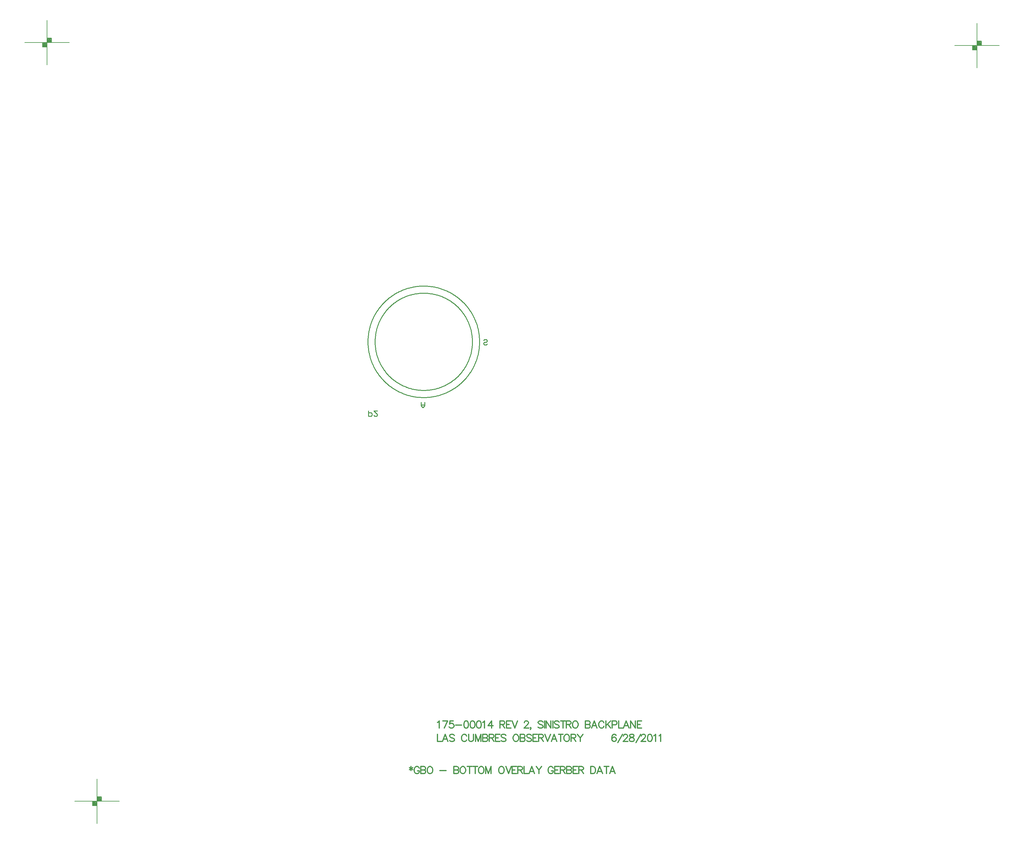
<source format=gbo>
%FSLAX23Y23*%
%MOIN*%
G70*
G01*
G75*
G04 Layer_Color=32896*
%ADD10R,0.037X0.035*%
%ADD11R,0.037X0.035*%
%ADD12R,0.043X0.085*%
%ADD13R,0.043X0.085*%
%ADD14R,0.138X0.085*%
%ADD15R,0.135X0.070*%
%ADD16R,0.100X0.100*%
%ADD17R,0.078X0.048*%
%ADD18R,0.050X0.050*%
%ADD19R,0.050X0.050*%
%ADD20R,0.209X0.079*%
%ADD21O,0.098X0.028*%
%ADD22R,0.016X0.085*%
%ADD23R,0.709X0.020*%
%ADD24O,0.028X0.098*%
%ADD25R,0.070X0.135*%
%ADD26C,0.010*%
%ADD27C,0.030*%
%ADD28C,0.050*%
%ADD29C,0.012*%
%ADD30C,0.008*%
%ADD31C,0.012*%
%ADD32C,0.012*%
%ADD33C,0.020*%
%ADD34C,0.050*%
G04:AMPARAMS|DCode=35|XSize=90mil|YSize=110mil|CornerRadius=0mil|HoleSize=0mil|Usage=FLASHONLY|Rotation=162.000|XOffset=0mil|YOffset=0mil|HoleType=Round|Shape=Round|*
%AMOVALD35*
21,1,0.020,0.090,0.000,0.000,252.0*
1,1,0.090,0.003,0.010*
1,1,0.090,-0.003,-0.010*
%
%ADD35OVALD35*%

G04:AMPARAMS|DCode=36|XSize=90mil|YSize=110mil|CornerRadius=0mil|HoleSize=0mil|Usage=FLASHONLY|Rotation=144.000|XOffset=0mil|YOffset=0mil|HoleType=Round|Shape=Round|*
%AMOVALD36*
21,1,0.020,0.090,0.000,0.000,234.0*
1,1,0.090,0.006,0.008*
1,1,0.090,-0.006,-0.008*
%
%ADD36OVALD36*%

G04:AMPARAMS|DCode=37|XSize=90mil|YSize=110mil|CornerRadius=0mil|HoleSize=0mil|Usage=FLASHONLY|Rotation=126.000|XOffset=0mil|YOffset=0mil|HoleType=Round|Shape=Round|*
%AMOVALD37*
21,1,0.020,0.090,0.000,0.000,216.0*
1,1,0.090,0.008,0.006*
1,1,0.090,-0.008,-0.006*
%
%ADD37OVALD37*%

G04:AMPARAMS|DCode=38|XSize=90mil|YSize=110mil|CornerRadius=0mil|HoleSize=0mil|Usage=FLASHONLY|Rotation=108.000|XOffset=0mil|YOffset=0mil|HoleType=Round|Shape=Round|*
%AMOVALD38*
21,1,0.020,0.090,0.000,0.000,198.0*
1,1,0.090,0.010,0.003*
1,1,0.090,-0.010,-0.003*
%
%ADD38OVALD38*%

%ADD39O,0.110X0.090*%
G04:AMPARAMS|DCode=40|XSize=90mil|YSize=110mil|CornerRadius=0mil|HoleSize=0mil|Usage=FLASHONLY|Rotation=72.000|XOffset=0mil|YOffset=0mil|HoleType=Round|Shape=Round|*
%AMOVALD40*
21,1,0.020,0.090,0.000,0.000,162.0*
1,1,0.090,0.010,-0.003*
1,1,0.090,-0.010,0.003*
%
%ADD40OVALD40*%

G04:AMPARAMS|DCode=41|XSize=90mil|YSize=110mil|CornerRadius=0mil|HoleSize=0mil|Usage=FLASHONLY|Rotation=54.000|XOffset=0mil|YOffset=0mil|HoleType=Round|Shape=Round|*
%AMOVALD41*
21,1,0.020,0.090,0.000,0.000,144.0*
1,1,0.090,0.008,-0.006*
1,1,0.090,-0.008,0.006*
%
%ADD41OVALD41*%

G04:AMPARAMS|DCode=42|XSize=90mil|YSize=110mil|CornerRadius=0mil|HoleSize=0mil|Usage=FLASHONLY|Rotation=36.000|XOffset=0mil|YOffset=0mil|HoleType=Round|Shape=Round|*
%AMOVALD42*
21,1,0.020,0.090,0.000,0.000,126.0*
1,1,0.090,0.006,-0.008*
1,1,0.090,-0.006,0.008*
%
%ADD42OVALD42*%

G04:AMPARAMS|DCode=43|XSize=90mil|YSize=110mil|CornerRadius=0mil|HoleSize=0mil|Usage=FLASHONLY|Rotation=18.000|XOffset=0mil|YOffset=0mil|HoleType=Round|Shape=Round|*
%AMOVALD43*
21,1,0.020,0.090,0.000,0.000,108.0*
1,1,0.090,0.003,-0.010*
1,1,0.090,-0.003,0.010*
%
%ADD43OVALD43*%

%ADD44O,0.090X0.110*%
G04:AMPARAMS|DCode=45|XSize=90mil|YSize=110mil|CornerRadius=0mil|HoleSize=0mil|Usage=FLASHONLY|Rotation=152.304|XOffset=0mil|YOffset=0mil|HoleType=Round|Shape=Round|*
%AMOVALD45*
21,1,0.020,0.090,0.000,0.000,242.3*
1,1,0.090,0.005,0.009*
1,1,0.090,-0.005,-0.009*
%
%ADD45OVALD45*%

G04:AMPARAMS|DCode=46|XSize=90mil|YSize=110mil|CornerRadius=0mil|HoleSize=0mil|Usage=FLASHONLY|Rotation=124.612|XOffset=0mil|YOffset=0mil|HoleType=Round|Shape=Round|*
%AMOVALD46*
21,1,0.020,0.090,0.000,0.000,214.6*
1,1,0.090,0.008,0.006*
1,1,0.090,-0.008,-0.006*
%
%ADD46OVALD46*%

G04:AMPARAMS|DCode=47|XSize=90mil|YSize=110mil|CornerRadius=0mil|HoleSize=0mil|Usage=FLASHONLY|Rotation=96.920|XOffset=0mil|YOffset=0mil|HoleType=Round|Shape=Round|*
%AMOVALD47*
21,1,0.020,0.090,0.000,0.000,186.9*
1,1,0.090,0.010,0.001*
1,1,0.090,-0.010,-0.001*
%
%ADD47OVALD47*%

G04:AMPARAMS|DCode=48|XSize=90mil|YSize=110mil|CornerRadius=0mil|HoleSize=0mil|Usage=FLASHONLY|Rotation=69.228|XOffset=0mil|YOffset=0mil|HoleType=Round|Shape=Round|*
%AMOVALD48*
21,1,0.020,0.090,0.000,0.000,159.2*
1,1,0.090,0.009,-0.004*
1,1,0.090,-0.009,0.004*
%
%ADD48OVALD48*%

G04:AMPARAMS|DCode=49|XSize=90mil|YSize=110mil|CornerRadius=0mil|HoleSize=0mil|Usage=FLASHONLY|Rotation=41.536|XOffset=0mil|YOffset=0mil|HoleType=Round|Shape=Round|*
%AMOVALD49*
21,1,0.020,0.090,0.000,0.000,131.5*
1,1,0.090,0.007,-0.007*
1,1,0.090,-0.007,0.007*
%
%ADD49OVALD49*%

G04:AMPARAMS|DCode=50|XSize=90mil|YSize=110mil|CornerRadius=0mil|HoleSize=0mil|Usage=FLASHONLY|Rotation=13.844|XOffset=0mil|YOffset=0mil|HoleType=Round|Shape=Round|*
%AMOVALD50*
21,1,0.020,0.090,0.000,0.000,103.8*
1,1,0.090,0.002,-0.010*
1,1,0.090,-0.002,0.010*
%
%ADD50OVALD50*%

G04:AMPARAMS|DCode=51|XSize=90mil|YSize=110mil|CornerRadius=0mil|HoleSize=0mil|Usage=FLASHONLY|Rotation=346.152|XOffset=0mil|YOffset=0mil|HoleType=Round|Shape=Round|*
%AMOVALD51*
21,1,0.020,0.090,0.000,0.000,76.2*
1,1,0.090,-0.002,-0.010*
1,1,0.090,0.002,0.010*
%
%ADD51OVALD51*%

G04:AMPARAMS|DCode=52|XSize=90mil|YSize=110mil|CornerRadius=0mil|HoleSize=0mil|Usage=FLASHONLY|Rotation=318.460|XOffset=0mil|YOffset=0mil|HoleType=Round|Shape=Round|*
%AMOVALD52*
21,1,0.020,0.090,0.000,0.000,48.5*
1,1,0.090,-0.007,-0.007*
1,1,0.090,0.007,0.007*
%
%ADD52OVALD52*%

G04:AMPARAMS|DCode=53|XSize=90mil|YSize=110mil|CornerRadius=0mil|HoleSize=0mil|Usage=FLASHONLY|Rotation=290.768|XOffset=0mil|YOffset=0mil|HoleType=Round|Shape=Round|*
%AMOVALD53*
21,1,0.020,0.090,0.000,0.000,20.8*
1,1,0.090,-0.009,-0.004*
1,1,0.090,0.009,0.004*
%
%ADD53OVALD53*%

G04:AMPARAMS|DCode=54|XSize=90mil|YSize=110mil|CornerRadius=0mil|HoleSize=0mil|Usage=FLASHONLY|Rotation=263.076|XOffset=0mil|YOffset=0mil|HoleType=Round|Shape=Round|*
%AMOVALD54*
21,1,0.020,0.090,0.000,0.000,353.1*
1,1,0.090,-0.010,0.001*
1,1,0.090,0.010,-0.001*
%
%ADD54OVALD54*%

G04:AMPARAMS|DCode=55|XSize=90mil|YSize=110mil|CornerRadius=0mil|HoleSize=0mil|Usage=FLASHONLY|Rotation=235.384|XOffset=0mil|YOffset=0mil|HoleType=Round|Shape=Round|*
%AMOVALD55*
21,1,0.020,0.090,0.000,0.000,325.4*
1,1,0.090,-0.008,0.006*
1,1,0.090,0.008,-0.006*
%
%ADD55OVALD55*%

G04:AMPARAMS|DCode=56|XSize=90mil|YSize=110mil|CornerRadius=0mil|HoleSize=0mil|Usage=FLASHONLY|Rotation=207.692|XOffset=0mil|YOffset=0mil|HoleType=Round|Shape=Round|*
%AMOVALD56*
21,1,0.020,0.090,0.000,0.000,297.7*
1,1,0.090,-0.005,0.009*
1,1,0.090,0.005,-0.009*
%
%ADD56OVALD56*%

G04:AMPARAMS|DCode=57|XSize=90mil|YSize=110mil|CornerRadius=0mil|HoleSize=0mil|Usage=FLASHONLY|Rotation=128.568|XOffset=0mil|YOffset=0mil|HoleType=Round|Shape=Round|*
%AMOVALD57*
21,1,0.020,0.090,0.000,0.000,218.6*
1,1,0.090,0.008,0.006*
1,1,0.090,-0.008,-0.006*
%
%ADD57OVALD57*%

G04:AMPARAMS|DCode=58|XSize=90mil|YSize=110mil|CornerRadius=0mil|HoleSize=0mil|Usage=FLASHONLY|Rotation=77.140|XOffset=0mil|YOffset=0mil|HoleType=Round|Shape=Round|*
%AMOVALD58*
21,1,0.020,0.090,0.000,0.000,167.1*
1,1,0.090,0.010,-0.002*
1,1,0.090,-0.010,0.002*
%
%ADD58OVALD58*%

G04:AMPARAMS|DCode=59|XSize=90mil|YSize=110mil|CornerRadius=0mil|HoleSize=0mil|Usage=FLASHONLY|Rotation=25.712|XOffset=0mil|YOffset=0mil|HoleType=Round|Shape=Round|*
%AMOVALD59*
21,1,0.020,0.090,0.000,0.000,115.7*
1,1,0.090,0.004,-0.009*
1,1,0.090,-0.004,0.009*
%
%ADD59OVALD59*%

G04:AMPARAMS|DCode=60|XSize=90mil|YSize=110mil|CornerRadius=0mil|HoleSize=0mil|Usage=FLASHONLY|Rotation=334.284|XOffset=0mil|YOffset=0mil|HoleType=Round|Shape=Round|*
%AMOVALD60*
21,1,0.020,0.090,0.000,0.000,64.3*
1,1,0.090,-0.004,-0.009*
1,1,0.090,0.004,0.009*
%
%ADD60OVALD60*%

G04:AMPARAMS|DCode=61|XSize=90mil|YSize=110mil|CornerRadius=0mil|HoleSize=0mil|Usage=FLASHONLY|Rotation=282.856|XOffset=0mil|YOffset=0mil|HoleType=Round|Shape=Round|*
%AMOVALD61*
21,1,0.020,0.090,0.000,0.000,12.9*
1,1,0.090,-0.010,-0.002*
1,1,0.090,0.010,0.002*
%
%ADD61OVALD61*%

G04:AMPARAMS|DCode=62|XSize=90mil|YSize=110mil|CornerRadius=0mil|HoleSize=0mil|Usage=FLASHONLY|Rotation=231.428|XOffset=0mil|YOffset=0mil|HoleType=Round|Shape=Round|*
%AMOVALD62*
21,1,0.020,0.090,0.000,0.000,321.4*
1,1,0.090,-0.008,0.006*
1,1,0.090,0.008,-0.006*
%
%ADD62OVALD62*%

%ADD63R,0.059X0.059*%
%ADD64C,0.059*%
%ADD65C,0.055*%
%ADD66C,0.236*%
%ADD67C,0.024*%
%ADD68C,0.040*%
%ADD69C,0.065*%
%ADD70C,0.110*%
G04:AMPARAMS|DCode=71|XSize=130mil|YSize=130mil|CornerRadius=0mil|HoleSize=0mil|Usage=FLASHONLY|Rotation=0.000|XOffset=0mil|YOffset=0mil|HoleType=Round|Shape=Relief|Width=10mil|Gap=10mil|Entries=4|*
%AMTHD71*
7,0,0,0.130,0.110,0.010,45*
%
%ADD71THD71*%
%ADD72C,0.079*%
G04:AMPARAMS|DCode=73|XSize=99.37mil|YSize=99.37mil|CornerRadius=0mil|HoleSize=0mil|Usage=FLASHONLY|Rotation=0.000|XOffset=0mil|YOffset=0mil|HoleType=Round|Shape=Relief|Width=10mil|Gap=10mil|Entries=4|*
%AMTHD73*
7,0,0,0.099,0.079,0.010,45*
%
%ADD73THD73*%
G04:AMPARAMS|DCode=74|XSize=95.433mil|YSize=95.433mil|CornerRadius=0mil|HoleSize=0mil|Usage=FLASHONLY|Rotation=0.000|XOffset=0mil|YOffset=0mil|HoleType=Round|Shape=Relief|Width=10mil|Gap=10mil|Entries=4|*
%AMTHD74*
7,0,0,0.095,0.075,0.010,45*
%
%ADD74THD74*%
%ADD75C,0.075*%
%ADD76C,0.073*%
G04:AMPARAMS|DCode=77|XSize=93.465mil|YSize=93.465mil|CornerRadius=0mil|HoleSize=0mil|Usage=FLASHONLY|Rotation=0.000|XOffset=0mil|YOffset=0mil|HoleType=Round|Shape=Relief|Width=10mil|Gap=10mil|Entries=4|*
%AMTHD77*
7,0,0,0.093,0.073,0.010,45*
%
%ADD77THD77*%
G04:AMPARAMS|DCode=78|XSize=85mil|YSize=85mil|CornerRadius=0mil|HoleSize=0mil|Usage=FLASHONLY|Rotation=0.000|XOffset=0mil|YOffset=0mil|HoleType=Round|Shape=Relief|Width=10mil|Gap=10mil|Entries=4|*
%AMTHD78*
7,0,0,0.085,0.065,0.010,45*
%
%ADD78THD78*%
%ADD79C,0.174*%
G04:AMPARAMS|DCode=80|XSize=70mil|YSize=70mil|CornerRadius=0mil|HoleSize=0mil|Usage=FLASHONLY|Rotation=0.000|XOffset=0mil|YOffset=0mil|HoleType=Round|Shape=Relief|Width=10mil|Gap=10mil|Entries=4|*
%AMTHD80*
7,0,0,0.070,0.050,0.010,45*
%
%ADD80THD80*%
%ADD81C,0.010*%
%ADD82C,0.010*%
%ADD83C,0.020*%
%ADD84C,0.008*%
%ADD85C,0.007*%
%ADD86C,0.006*%
%ADD87C,0.020*%
%ADD88R,1.096X0.079*%
%ADD89R,1.496X0.079*%
%ADD90R,1.000X0.079*%
%ADD91R,0.257X0.178*%
%ADD92R,0.045X0.043*%
%ADD93R,0.045X0.043*%
%ADD94R,0.051X0.093*%
%ADD95R,0.051X0.093*%
%ADD96R,0.146X0.093*%
%ADD97R,0.143X0.078*%
%ADD98R,0.108X0.108*%
%ADD99R,0.086X0.056*%
%ADD100R,0.058X0.058*%
%ADD101R,0.058X0.058*%
%ADD102R,0.217X0.087*%
%ADD103O,0.106X0.036*%
%ADD104R,0.024X0.093*%
%ADD105R,0.717X0.028*%
%ADD106O,0.036X0.106*%
%ADD107R,0.078X0.143*%
%ADD108C,0.028*%
G04:AMPARAMS|DCode=109|XSize=98mil|YSize=118mil|CornerRadius=0mil|HoleSize=0mil|Usage=FLASHONLY|Rotation=162.000|XOffset=0mil|YOffset=0mil|HoleType=Round|Shape=Round|*
%AMOVALD109*
21,1,0.020,0.098,0.000,0.000,252.0*
1,1,0.098,0.003,0.010*
1,1,0.098,-0.003,-0.010*
%
%ADD109OVALD109*%

G04:AMPARAMS|DCode=110|XSize=98mil|YSize=118mil|CornerRadius=0mil|HoleSize=0mil|Usage=FLASHONLY|Rotation=144.000|XOffset=0mil|YOffset=0mil|HoleType=Round|Shape=Round|*
%AMOVALD110*
21,1,0.020,0.098,0.000,0.000,234.0*
1,1,0.098,0.006,0.008*
1,1,0.098,-0.006,-0.008*
%
%ADD110OVALD110*%

G04:AMPARAMS|DCode=111|XSize=98mil|YSize=118mil|CornerRadius=0mil|HoleSize=0mil|Usage=FLASHONLY|Rotation=126.000|XOffset=0mil|YOffset=0mil|HoleType=Round|Shape=Round|*
%AMOVALD111*
21,1,0.020,0.098,0.000,0.000,216.0*
1,1,0.098,0.008,0.006*
1,1,0.098,-0.008,-0.006*
%
%ADD111OVALD111*%

G04:AMPARAMS|DCode=112|XSize=98mil|YSize=118mil|CornerRadius=0mil|HoleSize=0mil|Usage=FLASHONLY|Rotation=108.000|XOffset=0mil|YOffset=0mil|HoleType=Round|Shape=Round|*
%AMOVALD112*
21,1,0.020,0.098,0.000,0.000,198.0*
1,1,0.098,0.010,0.003*
1,1,0.098,-0.010,-0.003*
%
%ADD112OVALD112*%

%ADD113O,0.118X0.098*%
G04:AMPARAMS|DCode=114|XSize=98mil|YSize=118mil|CornerRadius=0mil|HoleSize=0mil|Usage=FLASHONLY|Rotation=72.000|XOffset=0mil|YOffset=0mil|HoleType=Round|Shape=Round|*
%AMOVALD114*
21,1,0.020,0.098,0.000,0.000,162.0*
1,1,0.098,0.010,-0.003*
1,1,0.098,-0.010,0.003*
%
%ADD114OVALD114*%

G04:AMPARAMS|DCode=115|XSize=98mil|YSize=118mil|CornerRadius=0mil|HoleSize=0mil|Usage=FLASHONLY|Rotation=54.000|XOffset=0mil|YOffset=0mil|HoleType=Round|Shape=Round|*
%AMOVALD115*
21,1,0.020,0.098,0.000,0.000,144.0*
1,1,0.098,0.008,-0.006*
1,1,0.098,-0.008,0.006*
%
%ADD115OVALD115*%

G04:AMPARAMS|DCode=116|XSize=98mil|YSize=118mil|CornerRadius=0mil|HoleSize=0mil|Usage=FLASHONLY|Rotation=36.000|XOffset=0mil|YOffset=0mil|HoleType=Round|Shape=Round|*
%AMOVALD116*
21,1,0.020,0.098,0.000,0.000,126.0*
1,1,0.098,0.006,-0.008*
1,1,0.098,-0.006,0.008*
%
%ADD116OVALD116*%

G04:AMPARAMS|DCode=117|XSize=98mil|YSize=118mil|CornerRadius=0mil|HoleSize=0mil|Usage=FLASHONLY|Rotation=18.000|XOffset=0mil|YOffset=0mil|HoleType=Round|Shape=Round|*
%AMOVALD117*
21,1,0.020,0.098,0.000,0.000,108.0*
1,1,0.098,0.003,-0.010*
1,1,0.098,-0.003,0.010*
%
%ADD117OVALD117*%

%ADD118O,0.098X0.118*%
G04:AMPARAMS|DCode=119|XSize=98mil|YSize=118mil|CornerRadius=0mil|HoleSize=0mil|Usage=FLASHONLY|Rotation=152.304|XOffset=0mil|YOffset=0mil|HoleType=Round|Shape=Round|*
%AMOVALD119*
21,1,0.020,0.098,0.000,0.000,242.3*
1,1,0.098,0.005,0.009*
1,1,0.098,-0.005,-0.009*
%
%ADD119OVALD119*%

G04:AMPARAMS|DCode=120|XSize=98mil|YSize=118mil|CornerRadius=0mil|HoleSize=0mil|Usage=FLASHONLY|Rotation=124.612|XOffset=0mil|YOffset=0mil|HoleType=Round|Shape=Round|*
%AMOVALD120*
21,1,0.020,0.098,0.000,0.000,214.6*
1,1,0.098,0.008,0.006*
1,1,0.098,-0.008,-0.006*
%
%ADD120OVALD120*%

G04:AMPARAMS|DCode=121|XSize=98mil|YSize=118mil|CornerRadius=0mil|HoleSize=0mil|Usage=FLASHONLY|Rotation=96.920|XOffset=0mil|YOffset=0mil|HoleType=Round|Shape=Round|*
%AMOVALD121*
21,1,0.020,0.098,0.000,0.000,186.9*
1,1,0.098,0.010,0.001*
1,1,0.098,-0.010,-0.001*
%
%ADD121OVALD121*%

G04:AMPARAMS|DCode=122|XSize=98mil|YSize=118mil|CornerRadius=0mil|HoleSize=0mil|Usage=FLASHONLY|Rotation=69.228|XOffset=0mil|YOffset=0mil|HoleType=Round|Shape=Round|*
%AMOVALD122*
21,1,0.020,0.098,0.000,0.000,159.2*
1,1,0.098,0.009,-0.004*
1,1,0.098,-0.009,0.004*
%
%ADD122OVALD122*%

G04:AMPARAMS|DCode=123|XSize=98mil|YSize=118mil|CornerRadius=0mil|HoleSize=0mil|Usage=FLASHONLY|Rotation=41.536|XOffset=0mil|YOffset=0mil|HoleType=Round|Shape=Round|*
%AMOVALD123*
21,1,0.020,0.098,0.000,0.000,131.5*
1,1,0.098,0.007,-0.007*
1,1,0.098,-0.007,0.007*
%
%ADD123OVALD123*%

G04:AMPARAMS|DCode=124|XSize=98mil|YSize=118mil|CornerRadius=0mil|HoleSize=0mil|Usage=FLASHONLY|Rotation=13.844|XOffset=0mil|YOffset=0mil|HoleType=Round|Shape=Round|*
%AMOVALD124*
21,1,0.020,0.098,0.000,0.000,103.8*
1,1,0.098,0.002,-0.010*
1,1,0.098,-0.002,0.010*
%
%ADD124OVALD124*%

G04:AMPARAMS|DCode=125|XSize=98mil|YSize=118mil|CornerRadius=0mil|HoleSize=0mil|Usage=FLASHONLY|Rotation=346.152|XOffset=0mil|YOffset=0mil|HoleType=Round|Shape=Round|*
%AMOVALD125*
21,1,0.020,0.098,0.000,0.000,76.2*
1,1,0.098,-0.002,-0.010*
1,1,0.098,0.002,0.010*
%
%ADD125OVALD125*%

G04:AMPARAMS|DCode=126|XSize=98mil|YSize=118mil|CornerRadius=0mil|HoleSize=0mil|Usage=FLASHONLY|Rotation=318.460|XOffset=0mil|YOffset=0mil|HoleType=Round|Shape=Round|*
%AMOVALD126*
21,1,0.020,0.098,0.000,0.000,48.5*
1,1,0.098,-0.007,-0.007*
1,1,0.098,0.007,0.007*
%
%ADD126OVALD126*%

G04:AMPARAMS|DCode=127|XSize=98mil|YSize=118mil|CornerRadius=0mil|HoleSize=0mil|Usage=FLASHONLY|Rotation=290.768|XOffset=0mil|YOffset=0mil|HoleType=Round|Shape=Round|*
%AMOVALD127*
21,1,0.020,0.098,0.000,0.000,20.8*
1,1,0.098,-0.009,-0.004*
1,1,0.098,0.009,0.004*
%
%ADD127OVALD127*%

G04:AMPARAMS|DCode=128|XSize=98mil|YSize=118mil|CornerRadius=0mil|HoleSize=0mil|Usage=FLASHONLY|Rotation=263.076|XOffset=0mil|YOffset=0mil|HoleType=Round|Shape=Round|*
%AMOVALD128*
21,1,0.020,0.098,0.000,0.000,353.1*
1,1,0.098,-0.010,0.001*
1,1,0.098,0.010,-0.001*
%
%ADD128OVALD128*%

G04:AMPARAMS|DCode=129|XSize=98mil|YSize=118mil|CornerRadius=0mil|HoleSize=0mil|Usage=FLASHONLY|Rotation=235.384|XOffset=0mil|YOffset=0mil|HoleType=Round|Shape=Round|*
%AMOVALD129*
21,1,0.020,0.098,0.000,0.000,325.4*
1,1,0.098,-0.008,0.006*
1,1,0.098,0.008,-0.006*
%
%ADD129OVALD129*%

G04:AMPARAMS|DCode=130|XSize=98mil|YSize=118mil|CornerRadius=0mil|HoleSize=0mil|Usage=FLASHONLY|Rotation=207.692|XOffset=0mil|YOffset=0mil|HoleType=Round|Shape=Round|*
%AMOVALD130*
21,1,0.020,0.098,0.000,0.000,297.7*
1,1,0.098,-0.005,0.009*
1,1,0.098,0.005,-0.009*
%
%ADD130OVALD130*%

G04:AMPARAMS|DCode=131|XSize=98mil|YSize=118mil|CornerRadius=0mil|HoleSize=0mil|Usage=FLASHONLY|Rotation=128.568|XOffset=0mil|YOffset=0mil|HoleType=Round|Shape=Round|*
%AMOVALD131*
21,1,0.020,0.098,0.000,0.000,218.6*
1,1,0.098,0.008,0.006*
1,1,0.098,-0.008,-0.006*
%
%ADD131OVALD131*%

G04:AMPARAMS|DCode=132|XSize=98mil|YSize=118mil|CornerRadius=0mil|HoleSize=0mil|Usage=FLASHONLY|Rotation=77.140|XOffset=0mil|YOffset=0mil|HoleType=Round|Shape=Round|*
%AMOVALD132*
21,1,0.020,0.098,0.000,0.000,167.1*
1,1,0.098,0.010,-0.002*
1,1,0.098,-0.010,0.002*
%
%ADD132OVALD132*%

G04:AMPARAMS|DCode=133|XSize=98mil|YSize=118mil|CornerRadius=0mil|HoleSize=0mil|Usage=FLASHONLY|Rotation=25.712|XOffset=0mil|YOffset=0mil|HoleType=Round|Shape=Round|*
%AMOVALD133*
21,1,0.020,0.098,0.000,0.000,115.7*
1,1,0.098,0.004,-0.009*
1,1,0.098,-0.004,0.009*
%
%ADD133OVALD133*%

G04:AMPARAMS|DCode=134|XSize=98mil|YSize=118mil|CornerRadius=0mil|HoleSize=0mil|Usage=FLASHONLY|Rotation=334.284|XOffset=0mil|YOffset=0mil|HoleType=Round|Shape=Round|*
%AMOVALD134*
21,1,0.020,0.098,0.000,0.000,64.3*
1,1,0.098,-0.004,-0.009*
1,1,0.098,0.004,0.009*
%
%ADD134OVALD134*%

G04:AMPARAMS|DCode=135|XSize=98mil|YSize=118mil|CornerRadius=0mil|HoleSize=0mil|Usage=FLASHONLY|Rotation=282.856|XOffset=0mil|YOffset=0mil|HoleType=Round|Shape=Round|*
%AMOVALD135*
21,1,0.020,0.098,0.000,0.000,12.9*
1,1,0.098,-0.010,-0.002*
1,1,0.098,0.010,0.002*
%
%ADD135OVALD135*%

G04:AMPARAMS|DCode=136|XSize=98mil|YSize=118mil|CornerRadius=0mil|HoleSize=0mil|Usage=FLASHONLY|Rotation=231.428|XOffset=0mil|YOffset=0mil|HoleType=Round|Shape=Round|*
%AMOVALD136*
21,1,0.020,0.098,0.000,0.000,321.4*
1,1,0.098,-0.008,0.006*
1,1,0.098,0.008,-0.006*
%
%ADD136OVALD136*%

%ADD137R,0.067X0.067*%
%ADD138C,0.067*%
%ADD139C,0.063*%
%ADD140C,0.244*%
%ADD141C,0.032*%
%ADD142R,1.960X0.420*%
D26*
X32703Y24223D02*
X32703Y24233D01*
X32703Y24243D01*
X32702Y24254D01*
X32702Y24263D01*
X32701Y24273D01*
X32700Y24283D01*
X32699Y24293D01*
X32697Y24303D01*
X32696Y24313D01*
X32694Y24323D01*
X32692Y24333D01*
X32690Y24343D01*
X32688Y24352D01*
X32685Y24362D01*
X32683Y24372D01*
X32680Y24381D01*
X32677Y24391D01*
X32674Y24400D01*
X32670Y24410D01*
X32667Y24419D01*
X32663Y24429D01*
X32659Y24438D01*
X32655Y24447D01*
X32651Y24456D01*
X32647Y24465D01*
X32642Y24474D01*
X32637Y24483D01*
X32633Y24492D01*
X32628Y24500D01*
X32622Y24509D01*
X32617Y24517D01*
X32612Y24526D01*
X32606Y24534D01*
X32600Y24542D01*
X32594Y24550D01*
X32588Y24558D01*
X32582Y24566D01*
X32576Y24574D01*
X32569Y24581D01*
X32563Y24589D01*
X32556Y24596D01*
X32549Y24604D01*
X32542Y24611D01*
X32535Y24618D01*
X32527Y24624D01*
X32520Y24631D01*
X32512Y24638D01*
X32505Y24644D01*
X32497Y24650D01*
X32489Y24657D01*
X32481Y24663D01*
X32473Y24668D01*
X32465Y24674D01*
X32456Y24680D01*
X32448Y24685D01*
X32439Y24690D01*
X32431Y24695D01*
X32422Y24700D01*
X32413Y24705D01*
X32404Y24710D01*
X32395Y24714D01*
X32386Y24718D01*
X32377Y24723D01*
X32368Y24727D01*
X32359Y24730D01*
X32349Y24734D01*
X32340Y24737D01*
X32330Y24741D01*
X32321Y24744D01*
X32311Y24747D01*
X32302Y24749D01*
X32292Y24752D01*
X32282Y24754D01*
X32272Y24756D01*
X32263Y24758D01*
X32253Y24760D01*
X32243Y24762D01*
X32233Y24763D01*
X32223Y24765D01*
X32213Y24766D01*
X32203Y24767D01*
X32193Y24767D01*
X32183Y24768D01*
X32173Y24768D01*
X32163Y24768D01*
X32153D01*
X32143Y24768D01*
X32133Y24768D01*
X32123Y24767D01*
X32113Y24767D01*
X32103Y24766D01*
X32093Y24765D01*
X32083Y24763D01*
X32073Y24762D01*
X32064Y24760D01*
X32054Y24758D01*
X32044Y24756D01*
X32034Y24754D01*
X32024Y24752D01*
X32015Y24749D01*
X32005Y24747D01*
X31995Y24744D01*
X31986Y24741D01*
X31976Y24737D01*
X31967Y24734D01*
X31958Y24730D01*
X31948Y24727D01*
X31939Y24723D01*
X31930Y24718D01*
X31921Y24714D01*
X31912Y24710D01*
X31903Y24705D01*
X31894Y24700D01*
X31886Y24695D01*
X31877Y24690D01*
X31868Y24685D01*
X31860Y24680D01*
X31852Y24674D01*
X31844Y24668D01*
X31835Y24663D01*
X31827Y24657D01*
X31819Y24650D01*
X31812Y24644D01*
X31804Y24638D01*
X31796Y24631D01*
X31789Y24624D01*
X31782Y24618D01*
X31775Y24611D01*
X31767Y24604D01*
X31761Y24596D01*
X31754Y24589D01*
X31747Y24581D01*
X31741Y24574D01*
X31734Y24566D01*
X31728Y24558D01*
X31722Y24550D01*
X31716Y24542D01*
X31710Y24534D01*
X31705Y24526D01*
X31699Y24517D01*
X31694Y24509D01*
X31689Y24500D01*
X31684Y24492D01*
X31679Y24483D01*
X31674Y24474D01*
X31670Y24465D01*
X31665Y24456D01*
X31661Y24447D01*
X31657Y24438D01*
X31653Y24429D01*
X31650Y24419D01*
X31646Y24410D01*
X31643Y24400D01*
X31640Y24391D01*
X31637Y24381D01*
X31634Y24372D01*
X31631Y24362D01*
X31629Y24352D01*
X31626Y24343D01*
X31624Y24333D01*
X31622Y24323D01*
X31621Y24313D01*
X31619Y24303D01*
X31618Y24293D01*
X31616Y24283D01*
X31615Y24273D01*
X31615Y24263D01*
X31614Y24254D01*
X31614Y24243D01*
X31613Y24233D01*
X31613Y24223D01*
X31613Y24213D01*
X31614Y24203D01*
X31614Y24193D01*
X31615Y24183D01*
X31615Y24173D01*
X31616Y24164D01*
X31618Y24154D01*
X31619Y24144D01*
X31621Y24134D01*
X31622Y24124D01*
X31624Y24114D01*
X31626Y24104D01*
X31629Y24095D01*
X31631Y24085D01*
X31634Y24075D01*
X31637Y24066D01*
X31640Y24056D01*
X31643Y24047D01*
X31646Y24037D01*
X31650Y24028D01*
X31653Y24018D01*
X31657Y24009D01*
X31661Y24000D01*
X31665Y23991D01*
X31670Y23982D01*
X31674Y23973D01*
X31679Y23964D01*
X31684Y23955D01*
X31689Y23947D01*
X31694Y23938D01*
X31699Y23930D01*
X31705Y23921D01*
X31710Y23913D01*
X31716Y23905D01*
X31722Y23897D01*
X31728Y23889D01*
X31734Y23881D01*
X31741Y23873D01*
X31747Y23866D01*
X31754Y23858D01*
X31761Y23851D01*
X31767Y23843D01*
X31775Y23836D01*
X31782Y23829D01*
X31789Y23822D01*
X31796Y23816D01*
X31804Y23809D01*
X31812Y23803D01*
X31819Y23796D01*
X31827Y23790D01*
X31835Y23784D01*
X31844Y23778D01*
X31852Y23773D01*
X31860Y23767D01*
X31868Y23762D01*
X31877Y23757D01*
X31886Y23751D01*
X31894Y23747D01*
X31903Y23742D01*
X31912Y23737D01*
X31921Y23733D01*
X31930Y23728D01*
X31939Y23724D01*
X31948Y23720D01*
X31958Y23717D01*
X31967Y23713D01*
X31976Y23710D01*
X31986Y23706D01*
X31995Y23703D01*
X32005Y23700D01*
X32015Y23698D01*
X32024Y23695D01*
X32034Y23693D01*
X32044Y23691D01*
X32054Y23689D01*
X32064Y23687D01*
X32073Y23685D01*
X32083Y23684D01*
X32093Y23682D01*
X32103Y23681D01*
X32113Y23680D01*
X32123Y23680D01*
X32133Y23679D01*
X32143Y23679D01*
X32153Y23678D01*
X32163D01*
X32173Y23679D01*
X32183Y23679D01*
X32193Y23680D01*
X32203Y23680D01*
X32213Y23681D01*
X32223Y23682D01*
X32233Y23684D01*
X32243Y23685D01*
X32253Y23687D01*
X32263Y23689D01*
X32272Y23691D01*
X32282Y23693D01*
X32292Y23695D01*
X32302Y23698D01*
X32311Y23700D01*
X32321Y23703D01*
X32330Y23706D01*
X32340Y23710D01*
X32349Y23713D01*
X32359Y23717D01*
X32368Y23720D01*
X32377Y23724D01*
X32386Y23728D01*
X32395Y23733D01*
X32404Y23737D01*
X32413Y23742D01*
X32422Y23747D01*
X32431Y23751D01*
X32439Y23757D01*
X32448Y23762D01*
X32456Y23767D01*
X32465Y23773D01*
X32473Y23778D01*
X32481Y23784D01*
X32489Y23790D01*
X32497Y23796D01*
X32505Y23803D01*
X32512Y23809D01*
X32520Y23816D01*
X32527Y23823D01*
X32535Y23829D01*
X32542Y23836D01*
X32549Y23843D01*
X32556Y23851D01*
X32563Y23858D01*
X32569Y23866D01*
X32576Y23873D01*
X32582Y23881D01*
X32588Y23889D01*
X32594Y23897D01*
X32600Y23905D01*
X32606Y23913D01*
X32612Y23921D01*
X32617Y23930D01*
X32622Y23938D01*
X32628Y23947D01*
X32633Y23955D01*
X32637Y23964D01*
X32642Y23973D01*
X32647Y23982D01*
X32651Y23991D01*
X32655Y24000D01*
X32659Y24009D01*
X32663Y24018D01*
X32667Y24028D01*
X32670Y24037D01*
X32674Y24047D01*
X32677Y24056D01*
X32680Y24066D01*
X32683Y24075D01*
X32685Y24085D01*
X32688Y24095D01*
X32690Y24104D01*
X32692Y24114D01*
X32694Y24124D01*
X32696Y24134D01*
X32697Y24144D01*
X32699Y24154D01*
X32700Y24164D01*
X32701Y24173D01*
X32702Y24183D01*
X32702Y24193D01*
X32703Y24203D01*
X32703Y24213D01*
X32703Y24223D01*
X32783D02*
X32783Y24233D01*
X32783Y24243D01*
X32782Y24253D01*
X32782Y24263D01*
X32781Y24273D01*
X32780Y24283D01*
X32779Y24293D01*
X32778Y24303D01*
X32777Y24313D01*
X32775Y24323D01*
X32774Y24333D01*
X32772Y24343D01*
X32770Y24352D01*
X32768Y24362D01*
X32765Y24372D01*
X32763Y24382D01*
X32760Y24391D01*
X32758Y24401D01*
X32755Y24410D01*
X32752Y24420D01*
X32748Y24429D01*
X32745Y24439D01*
X32741Y24448D01*
X32738Y24457D01*
X32734Y24467D01*
X32730Y24476D01*
X32726Y24485D01*
X32722Y24494D01*
X32717Y24503D01*
X32713Y24512D01*
X32708Y24521D01*
X32703Y24529D01*
X32698Y24538D01*
X32693Y24547D01*
X32688Y24555D01*
X32683Y24564D01*
X32677Y24572D01*
X32671Y24580D01*
X32666Y24588D01*
X32660Y24597D01*
X32654Y24604D01*
X32648Y24612D01*
X32641Y24620D01*
X32635Y24628D01*
X32628Y24635D01*
X32622Y24643D01*
X32615Y24650D01*
X32608Y24657D01*
X32601Y24665D01*
X32594Y24672D01*
X32587Y24679D01*
X32579Y24685D01*
X32572Y24692D01*
X32564Y24699D01*
X32557Y24705D01*
X32549Y24711D01*
X32541Y24717D01*
X32533Y24724D01*
X32525Y24729D01*
X32517Y24735D01*
X32509Y24741D01*
X32500Y24746D01*
X32492Y24752D01*
X32484Y24757D01*
X32475Y24762D01*
X32466Y24767D01*
X32458Y24772D01*
X32449Y24777D01*
X32440Y24781D01*
X32431Y24786D01*
X32422Y24790D01*
X32413Y24794D01*
X32404Y24798D01*
X32394Y24802D01*
X32385Y24806D01*
X32376Y24809D01*
X32366Y24813D01*
X32357Y24816D01*
X32348Y24819D01*
X32338Y24822D01*
X32328Y24825D01*
X32319Y24828D01*
X32309Y24830D01*
X32299Y24832D01*
X32290Y24835D01*
X32280Y24837D01*
X32270Y24838D01*
X32260Y24840D01*
X32250Y24842D01*
X32240Y24843D01*
X32230Y24844D01*
X32221Y24845D01*
X32211Y24846D01*
X32201Y24847D01*
X32191Y24848D01*
X32181Y24848D01*
X32171Y24848D01*
X32161Y24849D01*
X32151Y24848D01*
X32141Y24848D01*
X32131Y24848D01*
X32121Y24847D01*
X32111Y24847D01*
X32101Y24846D01*
X32091Y24845D01*
X32081Y24844D01*
X32071Y24842D01*
X32061Y24841D01*
X32051Y24839D01*
X32041Y24838D01*
X32032Y24836D01*
X32022Y24833D01*
X32012Y24831D01*
X32002Y24829D01*
X31993Y24826D01*
X31983Y24824D01*
X31974Y24821D01*
X31964Y24818D01*
X31955Y24814D01*
X31945Y24811D01*
X31936Y24808D01*
X31926Y24804D01*
X31917Y24800D01*
X31908Y24796D01*
X31899Y24792D01*
X31890Y24788D01*
X31881Y24784D01*
X31872Y24779D01*
X31863Y24775D01*
X31854Y24770D01*
X31846Y24765D01*
X31837Y24760D01*
X31828Y24755D01*
X31820Y24749D01*
X31812Y24744D01*
X31803Y24738D01*
X31795Y24732D01*
X31787Y24726D01*
X31779Y24721D01*
X31771Y24714D01*
X31763Y24708D01*
X31756Y24702D01*
X31748Y24695D01*
X31741Y24689D01*
X31733Y24682D01*
X31726Y24675D01*
X31719Y24668D01*
X31712Y24661D01*
X31705Y24654D01*
X31698Y24647D01*
X31691Y24639D01*
X31685Y24632D01*
X31678Y24624D01*
X31672Y24616D01*
X31666Y24608D01*
X31660Y24601D01*
X31654Y24592D01*
X31648Y24584D01*
X31642Y24576D01*
X31637Y24568D01*
X31631Y24559D01*
X31626Y24551D01*
X31621Y24542D01*
X31616Y24534D01*
X31611Y24525D01*
X31606Y24516D01*
X31601Y24507D01*
X31597Y24499D01*
X31593Y24490D01*
X31588Y24480D01*
X31584Y24471D01*
X31580Y24462D01*
X31577Y24453D01*
X31573Y24444D01*
X31570Y24434D01*
X31566Y24425D01*
X31563Y24415D01*
X31560Y24406D01*
X31557Y24396D01*
X31555Y24386D01*
X31552Y24377D01*
X31550Y24367D01*
X31548Y24357D01*
X31546Y24348D01*
X31544Y24338D01*
X31542Y24328D01*
X31540Y24318D01*
X31539Y24308D01*
X31538Y24298D01*
X31536Y24288D01*
X31536Y24278D01*
X31535Y24268D01*
X31534Y24258D01*
X31534Y24248D01*
X31533Y24238D01*
X31533Y24228D01*
Y24218D01*
X31533Y24208D01*
X31534Y24199D01*
X31534Y24189D01*
X31535Y24179D01*
X31536Y24169D01*
X31536Y24159D01*
X31538Y24149D01*
X31539Y24139D01*
X31540Y24129D01*
X31542Y24119D01*
X31544Y24109D01*
X31546Y24099D01*
X31548Y24090D01*
X31550Y24080D01*
X31552Y24070D01*
X31555Y24060D01*
X31557Y24051D01*
X31560Y24041D01*
X31563Y24032D01*
X31566Y24022D01*
X31570Y24013D01*
X31573Y24003D01*
X31577Y23994D01*
X31580Y23985D01*
X31584Y23976D01*
X31588Y23967D01*
X31593Y23957D01*
X31597Y23948D01*
X31601Y23939D01*
X31606Y23931D01*
X31611Y23922D01*
X31616Y23913D01*
X31621Y23904D01*
X31626Y23896D01*
X31631Y23887D01*
X31637Y23879D01*
X31642Y23871D01*
X31648Y23863D01*
X31654Y23854D01*
X31660Y23846D01*
X31666Y23839D01*
X31672Y23831D01*
X31678Y23823D01*
X31685Y23815D01*
X31691Y23808D01*
X31698Y23800D01*
X31705Y23793D01*
X31712Y23786D01*
X31719Y23779D01*
X31726Y23772D01*
X31733Y23765D01*
X31741Y23758D01*
X31748Y23752D01*
X31756Y23745D01*
X31763Y23739D01*
X31771Y23733D01*
X31779Y23726D01*
X31787Y23720D01*
X31795Y23715D01*
X31803Y23709D01*
X31812Y23703D01*
X31820Y23698D01*
X31828Y23692D01*
X31837Y23687D01*
X31846Y23682D01*
X31854Y23677D01*
X31863Y23672D01*
X31872Y23668D01*
X31881Y23663D01*
X31890Y23659D01*
X31899Y23655D01*
X31908Y23651D01*
X31917Y23647D01*
X31926Y23643D01*
X31936Y23639D01*
X31945Y23636D01*
X31955Y23633D01*
X31964Y23629D01*
X31974Y23626D01*
X31983Y23623D01*
X31993Y23621D01*
X32002Y23618D01*
X32012Y23616D01*
X32022Y23613D01*
X32032Y23611D01*
X32041Y23609D01*
X32051Y23608D01*
X32061Y23606D01*
X32071Y23605D01*
X32081Y23603D01*
X32091Y23602D01*
X32101Y23601D01*
X32111Y23600D01*
X32121Y23600D01*
X32131Y23599D01*
X32141Y23599D01*
X32151Y23598D01*
X32161Y23598D01*
X32171Y23599D01*
X32181Y23599D01*
X32191Y23599D01*
X32201Y23600D01*
X32211Y23601D01*
X32221Y23602D01*
X32230Y23603D01*
X32240Y23604D01*
X32250Y23605D01*
X32260Y23607D01*
X32270Y23609D01*
X32280Y23610D01*
X32290Y23612D01*
X32299Y23615D01*
X32309Y23617D01*
X32319Y23619D01*
X32328Y23622D01*
X32338Y23625D01*
X32347Y23628D01*
X32357Y23631D01*
X32366Y23634D01*
X32376Y23638D01*
X32385Y23641D01*
X32394Y23645D01*
X32404Y23649D01*
X32413Y23653D01*
X32422Y23657D01*
X32431Y23661D01*
X32440Y23666D01*
X32449Y23670D01*
X32458Y23675D01*
X32466Y23680D01*
X32475Y23685D01*
X32484Y23690D01*
X32492Y23695D01*
X32500Y23700D01*
X32509Y23706D01*
X32517Y23712D01*
X32525Y23718D01*
X32533Y23723D01*
X32541Y23729D01*
X32549Y23736D01*
X32557Y23742D01*
X32564Y23748D01*
X32572Y23755D01*
X32579Y23762D01*
X32587Y23768D01*
X32594Y23775D01*
X32601Y23782D01*
X32608Y23790D01*
X32615Y23797D01*
X32622Y23804D01*
X32628Y23812D01*
X32635Y23819D01*
X32641Y23827D01*
X32648Y23835D01*
X32654Y23842D01*
X32660Y23850D01*
X32666Y23859D01*
X32671Y23867D01*
X32677Y23875D01*
X32682Y23883D01*
X32688Y23892D01*
X32693Y23900D01*
X32698Y23909D01*
X32703Y23917D01*
X32708Y23926D01*
X32713Y23935D01*
X32717Y23944D01*
X32722Y23953D01*
X32726Y23962D01*
X32730Y23971D01*
X32734Y23980D01*
X32738Y23989D01*
X32741Y23999D01*
X32745Y24008D01*
X32748Y24018D01*
X32752Y24027D01*
X32755Y24037D01*
X32757Y24046D01*
X32760Y24056D01*
X32763Y24065D01*
X32765Y24075D01*
X32768Y24085D01*
X32770Y24094D01*
X32772Y24104D01*
X32774Y24114D01*
X32775Y24124D01*
X32777Y24134D01*
X32778Y24144D01*
X32779Y24154D01*
X32780Y24164D01*
X32781Y24174D01*
X32782Y24184D01*
X32782Y24193D01*
X32783Y24203D01*
X32783Y24213D01*
X32783Y24223D01*
Y24223D01*
X31538Y23447D02*
Y23387D01*
X31568D01*
X31578Y23397D01*
Y23417D01*
X31568Y23427D01*
X31538D01*
X31638Y23447D02*
X31598D01*
X31638Y23407D01*
Y23397D01*
X31628Y23387D01*
X31608D01*
X31598Y23397D01*
X32131Y23546D02*
Y23506D01*
X32151Y23486D01*
X32171Y23506D01*
Y23546D01*
Y23516D01*
X32131D01*
X32869Y24198D02*
X32859Y24188D01*
X32839D01*
X32829Y24198D01*
Y24208D01*
X32839Y24218D01*
X32859D01*
X32869Y24228D01*
Y24238D01*
X32859Y24248D01*
X32839D01*
X32829Y24238D01*
D29*
X32017Y19460D02*
Y19414D01*
X31998Y19448D02*
X32036Y19425D01*
Y19448D02*
X31998Y19425D01*
X32109Y19441D02*
X32105Y19448D01*
X32098Y19456D01*
X32090Y19460D01*
X32075D01*
X32067Y19456D01*
X32060Y19448D01*
X32056Y19441D01*
X32052Y19429D01*
Y19410D01*
X32056Y19399D01*
X32060Y19391D01*
X32067Y19384D01*
X32075Y19380D01*
X32090D01*
X32098Y19384D01*
X32105Y19391D01*
X32109Y19399D01*
Y19410D01*
X32090D02*
X32109D01*
X32127Y19460D02*
Y19380D01*
Y19460D02*
X32162D01*
X32173Y19456D01*
X32177Y19452D01*
X32181Y19444D01*
Y19437D01*
X32177Y19429D01*
X32173Y19425D01*
X32162Y19422D01*
X32127D02*
X32162D01*
X32173Y19418D01*
X32177Y19414D01*
X32181Y19406D01*
Y19395D01*
X32177Y19387D01*
X32173Y19384D01*
X32162Y19380D01*
X32127D01*
X32222Y19460D02*
X32214Y19456D01*
X32206Y19448D01*
X32202Y19441D01*
X32199Y19429D01*
Y19410D01*
X32202Y19399D01*
X32206Y19391D01*
X32214Y19384D01*
X32222Y19380D01*
X32237D01*
X32244Y19384D01*
X32252Y19391D01*
X32256Y19399D01*
X32260Y19410D01*
Y19429D01*
X32256Y19441D01*
X32252Y19448D01*
X32244Y19456D01*
X32237Y19460D01*
X32222D01*
X32341Y19414D02*
X32410D01*
X32496Y19460D02*
Y19380D01*
Y19460D02*
X32530D01*
X32542Y19456D01*
X32546Y19452D01*
X32549Y19444D01*
Y19437D01*
X32546Y19429D01*
X32542Y19425D01*
X32530Y19422D01*
X32496D02*
X32530D01*
X32542Y19418D01*
X32546Y19414D01*
X32549Y19406D01*
Y19395D01*
X32546Y19387D01*
X32542Y19384D01*
X32530Y19380D01*
X32496D01*
X32590Y19460D02*
X32583Y19456D01*
X32575Y19448D01*
X32571Y19441D01*
X32567Y19429D01*
Y19410D01*
X32571Y19399D01*
X32575Y19391D01*
X32583Y19384D01*
X32590Y19380D01*
X32605D01*
X32613Y19384D01*
X32621Y19391D01*
X32624Y19399D01*
X32628Y19410D01*
Y19429D01*
X32624Y19441D01*
X32621Y19448D01*
X32613Y19456D01*
X32605Y19460D01*
X32590D01*
X32674D02*
Y19380D01*
X32647Y19460D02*
X32700D01*
X32736D02*
Y19380D01*
X32710Y19460D02*
X32763D01*
X32795D02*
X32788Y19456D01*
X32780Y19448D01*
X32776Y19441D01*
X32773Y19429D01*
Y19410D01*
X32776Y19399D01*
X32780Y19391D01*
X32788Y19384D01*
X32795Y19380D01*
X32811D01*
X32818Y19384D01*
X32826Y19391D01*
X32830Y19399D01*
X32834Y19410D01*
Y19429D01*
X32830Y19441D01*
X32826Y19448D01*
X32818Y19456D01*
X32811Y19460D01*
X32795D01*
X32852D02*
Y19380D01*
Y19460D02*
X32883Y19380D01*
X32913Y19460D02*
X32883Y19380D01*
X32913Y19460D02*
Y19380D01*
X33022Y19460D02*
X33014Y19456D01*
X33006Y19448D01*
X33003Y19441D01*
X32999Y19429D01*
Y19410D01*
X33003Y19399D01*
X33006Y19391D01*
X33014Y19384D01*
X33022Y19380D01*
X33037D01*
X33045Y19384D01*
X33052Y19391D01*
X33056Y19399D01*
X33060Y19410D01*
Y19429D01*
X33056Y19441D01*
X33052Y19448D01*
X33045Y19456D01*
X33037Y19460D01*
X33022D01*
X33078D02*
X33109Y19380D01*
X33139Y19460D02*
X33109Y19380D01*
X33199Y19460D02*
X33150D01*
Y19380D01*
X33199D01*
X33150Y19422D02*
X33180D01*
X33213Y19460D02*
Y19380D01*
Y19460D02*
X33247D01*
X33258Y19456D01*
X33262Y19452D01*
X33266Y19444D01*
Y19437D01*
X33262Y19429D01*
X33258Y19425D01*
X33247Y19422D01*
X33213D01*
X33239D02*
X33266Y19380D01*
X33284Y19460D02*
Y19380D01*
X33329D01*
X33399D02*
X33369Y19460D01*
X33338Y19380D01*
X33350Y19406D02*
X33388D01*
X33418Y19460D02*
X33448Y19422D01*
Y19380D01*
X33479Y19460D02*
X33448Y19422D01*
X33609Y19441D02*
X33605Y19448D01*
X33598Y19456D01*
X33590Y19460D01*
X33575D01*
X33567Y19456D01*
X33560Y19448D01*
X33556Y19441D01*
X33552Y19429D01*
Y19410D01*
X33556Y19399D01*
X33560Y19391D01*
X33567Y19384D01*
X33575Y19380D01*
X33590D01*
X33598Y19384D01*
X33605Y19391D01*
X33609Y19399D01*
Y19410D01*
X33590D02*
X33609D01*
X33677Y19460D02*
X33627D01*
Y19380D01*
X33677D01*
X33627Y19422D02*
X33658D01*
X33690Y19460D02*
Y19380D01*
Y19460D02*
X33724D01*
X33736Y19456D01*
X33740Y19452D01*
X33743Y19444D01*
Y19437D01*
X33740Y19429D01*
X33736Y19425D01*
X33724Y19422D01*
X33690D01*
X33717D02*
X33743Y19380D01*
X33761Y19460D02*
Y19380D01*
Y19460D02*
X33796D01*
X33807Y19456D01*
X33811Y19452D01*
X33815Y19444D01*
Y19437D01*
X33811Y19429D01*
X33807Y19425D01*
X33796Y19422D01*
X33761D02*
X33796D01*
X33807Y19418D01*
X33811Y19414D01*
X33815Y19406D01*
Y19395D01*
X33811Y19387D01*
X33807Y19384D01*
X33796Y19380D01*
X33761D01*
X33882Y19460D02*
X33833D01*
Y19380D01*
X33882D01*
X33833Y19422D02*
X33863D01*
X33895Y19460D02*
Y19380D01*
Y19460D02*
X33930D01*
X33941Y19456D01*
X33945Y19452D01*
X33949Y19444D01*
Y19437D01*
X33945Y19429D01*
X33941Y19425D01*
X33930Y19422D01*
X33895D01*
X33922D02*
X33949Y19380D01*
X34029Y19460D02*
Y19380D01*
Y19460D02*
X34056D01*
X34068Y19456D01*
X34075Y19448D01*
X34079Y19441D01*
X34083Y19429D01*
Y19410D01*
X34079Y19399D01*
X34075Y19391D01*
X34068Y19384D01*
X34056Y19380D01*
X34029D01*
X34162D02*
X34131Y19460D01*
X34101Y19380D01*
X34112Y19406D02*
X34150D01*
X34207Y19460D02*
Y19380D01*
X34180Y19460D02*
X34234D01*
X34304Y19380D02*
X34274Y19460D01*
X34243Y19380D01*
X34255Y19406D02*
X34293D01*
D30*
X28249Y19071D02*
X28749D01*
X28499Y18821D02*
Y19321D01*
X28549Y19071D02*
Y19121D01*
X28499D02*
X28549D01*
X28449Y19021D02*
Y19071D01*
Y19021D02*
X28499D01*
X28454Y19066D02*
X28494D01*
X28454Y19026D02*
Y19066D01*
Y19026D02*
X28494D01*
Y19066D01*
X28459Y19061D02*
X28489D01*
X28459Y19031D02*
Y19061D01*
Y19031D02*
X28489D01*
Y19056D01*
X28464D02*
X28484D01*
X28464Y19036D02*
Y19056D01*
Y19036D02*
X28484D01*
Y19051D01*
X28469D02*
X28479D01*
X28469Y19041D02*
Y19051D01*
Y19041D02*
X28479D01*
Y19051D01*
X28469Y19046D02*
X28479D01*
X28504Y19116D02*
X28544D01*
X28504Y19076D02*
Y19116D01*
Y19076D02*
X28544D01*
Y19116D01*
X28509Y19111D02*
X28539D01*
X28509Y19081D02*
Y19111D01*
Y19081D02*
X28539D01*
Y19106D01*
X28514D02*
X28534D01*
X28514Y19086D02*
Y19106D01*
Y19086D02*
X28534D01*
Y19101D01*
X28519D02*
X28529D01*
X28519Y19091D02*
Y19101D01*
Y19091D02*
X28529D01*
Y19101D01*
X28519Y19096D02*
X28529D01*
X27690Y27577D02*
X28190D01*
X27940Y27327D02*
Y27827D01*
X27990Y27577D02*
Y27627D01*
X27940D02*
X27990D01*
X27890Y27527D02*
Y27577D01*
Y27527D02*
X27940D01*
X27895Y27572D02*
X27935D01*
X27895Y27532D02*
Y27572D01*
Y27532D02*
X27935D01*
Y27572D01*
X27900Y27567D02*
X27930D01*
X27900Y27537D02*
Y27567D01*
Y27537D02*
X27930D01*
Y27562D01*
X27905D02*
X27925D01*
X27905Y27542D02*
Y27562D01*
Y27542D02*
X27925D01*
Y27557D01*
X27910D02*
X27920D01*
X27910Y27547D02*
Y27557D01*
Y27547D02*
X27920D01*
Y27557D01*
X27910Y27552D02*
X27920D01*
X27945Y27622D02*
X27985D01*
X27945Y27582D02*
Y27622D01*
Y27582D02*
X27985D01*
Y27622D01*
X27950Y27617D02*
X27980D01*
X27950Y27587D02*
Y27617D01*
Y27587D02*
X27980D01*
Y27612D01*
X27955D02*
X27975D01*
X27955Y27592D02*
Y27612D01*
Y27592D02*
X27975D01*
Y27607D01*
X27960D02*
X27970D01*
X27960Y27597D02*
Y27607D01*
Y27597D02*
X27970D01*
Y27607D01*
X27960Y27602D02*
X27970D01*
X38105Y27544D02*
X38605D01*
X38355Y27294D02*
Y27794D01*
X38405Y27544D02*
Y27594D01*
X38355D02*
X38405D01*
X38305Y27494D02*
Y27544D01*
Y27494D02*
X38355D01*
X38310Y27539D02*
X38350D01*
X38310Y27499D02*
Y27539D01*
Y27499D02*
X38350D01*
Y27539D01*
X38315Y27534D02*
X38345D01*
X38315Y27504D02*
Y27534D01*
Y27504D02*
X38345D01*
Y27529D01*
X38320D02*
X38340D01*
X38320Y27509D02*
Y27529D01*
Y27509D02*
X38340D01*
Y27524D01*
X38325D02*
X38335D01*
X38325Y27514D02*
Y27524D01*
Y27514D02*
X38335D01*
Y27524D01*
X38325Y27519D02*
X38335D01*
X38360Y27589D02*
X38400D01*
X38360Y27549D02*
Y27589D01*
Y27549D02*
X38400D01*
Y27589D01*
X38365Y27584D02*
X38395D01*
X38365Y27554D02*
Y27584D01*
Y27554D02*
X38395D01*
Y27579D01*
X38370D02*
X38390D01*
X38370Y27559D02*
Y27579D01*
Y27559D02*
X38390D01*
Y27574D01*
X38375D02*
X38385D01*
X38375Y27564D02*
Y27574D01*
Y27564D02*
X38385D01*
Y27574D01*
X38375Y27569D02*
X38385D01*
D31*
X32314Y19955D02*
X32322Y19959D01*
X32333Y19970D01*
Y19890D01*
X32426Y19970D02*
X32388Y19890D01*
X32373Y19970D02*
X32426D01*
X32490D02*
X32452D01*
X32448Y19936D01*
X32452Y19940D01*
X32463Y19944D01*
X32475D01*
X32486Y19940D01*
X32494Y19932D01*
X32498Y19921D01*
Y19913D01*
X32494Y19902D01*
X32486Y19894D01*
X32475Y19890D01*
X32463D01*
X32452Y19894D01*
X32448Y19898D01*
X32444Y19906D01*
X32516Y19925D02*
X32584D01*
X32631Y19970D02*
X32619Y19967D01*
X32612Y19955D01*
X32608Y19936D01*
Y19925D01*
X32612Y19906D01*
X32619Y19894D01*
X32631Y19890D01*
X32638D01*
X32650Y19894D01*
X32657Y19906D01*
X32661Y19925D01*
Y19936D01*
X32657Y19955D01*
X32650Y19967D01*
X32638Y19970D01*
X32631D01*
X32702D02*
X32690Y19967D01*
X32683Y19955D01*
X32679Y19936D01*
Y19925D01*
X32683Y19906D01*
X32690Y19894D01*
X32702Y19890D01*
X32709D01*
X32721Y19894D01*
X32728Y19906D01*
X32732Y19925D01*
Y19936D01*
X32728Y19955D01*
X32721Y19967D01*
X32709Y19970D01*
X32702D01*
X32773D02*
X32762Y19967D01*
X32754Y19955D01*
X32750Y19936D01*
Y19925D01*
X32754Y19906D01*
X32762Y19894D01*
X32773Y19890D01*
X32781D01*
X32792Y19894D01*
X32800Y19906D01*
X32803Y19925D01*
Y19936D01*
X32800Y19955D01*
X32792Y19967D01*
X32781Y19970D01*
X32773D01*
X32821Y19955D02*
X32829Y19959D01*
X32840Y19970D01*
Y19890D01*
X32918Y19970D02*
X32880Y19917D01*
X32937D01*
X32918Y19970D02*
Y19890D01*
X33014Y19970D02*
Y19890D01*
Y19970D02*
X33048D01*
X33060Y19967D01*
X33064Y19963D01*
X33067Y19955D01*
Y19948D01*
X33064Y19940D01*
X33060Y19936D01*
X33048Y19932D01*
X33014D01*
X33041D02*
X33067Y19890D01*
X33135Y19970D02*
X33085D01*
Y19890D01*
X33135D01*
X33085Y19932D02*
X33116D01*
X33148Y19970D02*
X33179Y19890D01*
X33209Y19970D02*
X33179Y19890D01*
X33286Y19951D02*
Y19955D01*
X33290Y19963D01*
X33294Y19967D01*
X33301Y19970D01*
X33317D01*
X33324Y19967D01*
X33328Y19963D01*
X33332Y19955D01*
Y19948D01*
X33328Y19940D01*
X33320Y19929D01*
X33282Y19890D01*
X33336D01*
X33361Y19894D02*
X33357Y19890D01*
X33353Y19894D01*
X33357Y19898D01*
X33361Y19894D01*
Y19887D01*
X33357Y19879D01*
X33353Y19875D01*
X33495Y19959D02*
X33487Y19967D01*
X33476Y19970D01*
X33460D01*
X33449Y19967D01*
X33441Y19959D01*
Y19951D01*
X33445Y19944D01*
X33449Y19940D01*
X33457Y19936D01*
X33480Y19929D01*
X33487Y19925D01*
X33491Y19921D01*
X33495Y19913D01*
Y19902D01*
X33487Y19894D01*
X33476Y19890D01*
X33460D01*
X33449Y19894D01*
X33441Y19902D01*
X33513Y19970D02*
Y19890D01*
X33529Y19970D02*
Y19890D01*
Y19970D02*
X33583Y19890D01*
Y19970D02*
Y19890D01*
X33605Y19970D02*
Y19890D01*
X33675Y19959D02*
X33667Y19967D01*
X33656Y19970D01*
X33641D01*
X33629Y19967D01*
X33622Y19959D01*
Y19951D01*
X33625Y19944D01*
X33629Y19940D01*
X33637Y19936D01*
X33660Y19929D01*
X33667Y19925D01*
X33671Y19921D01*
X33675Y19913D01*
Y19902D01*
X33667Y19894D01*
X33656Y19890D01*
X33641D01*
X33629Y19894D01*
X33622Y19902D01*
X33719Y19970D02*
Y19890D01*
X33693Y19970D02*
X33746D01*
X33756D02*
Y19890D01*
Y19970D02*
X33790D01*
X33801Y19967D01*
X33805Y19963D01*
X33809Y19955D01*
Y19948D01*
X33805Y19940D01*
X33801Y19936D01*
X33790Y19932D01*
X33756D01*
X33782D02*
X33809Y19890D01*
X33850Y19970D02*
X33842Y19967D01*
X33834Y19959D01*
X33831Y19951D01*
X33827Y19940D01*
Y19921D01*
X33831Y19910D01*
X33834Y19902D01*
X33842Y19894D01*
X33850Y19890D01*
X33865D01*
X33873Y19894D01*
X33880Y19902D01*
X33884Y19910D01*
X33888Y19921D01*
Y19940D01*
X33884Y19951D01*
X33880Y19959D01*
X33873Y19967D01*
X33865Y19970D01*
X33850D01*
X33969D02*
Y19890D01*
Y19970D02*
X34004D01*
X34015Y19967D01*
X34019Y19963D01*
X34023Y19955D01*
Y19948D01*
X34019Y19940D01*
X34015Y19936D01*
X34004Y19932D01*
X33969D02*
X34004D01*
X34015Y19929D01*
X34019Y19925D01*
X34023Y19917D01*
Y19906D01*
X34019Y19898D01*
X34015Y19894D01*
X34004Y19890D01*
X33969D01*
X34101D02*
X34071Y19970D01*
X34041Y19890D01*
X34052Y19917D02*
X34090D01*
X34177Y19951D02*
X34173Y19959D01*
X34166Y19967D01*
X34158Y19970D01*
X34143D01*
X34135Y19967D01*
X34128Y19959D01*
X34124Y19951D01*
X34120Y19940D01*
Y19921D01*
X34124Y19910D01*
X34128Y19902D01*
X34135Y19894D01*
X34143Y19890D01*
X34158D01*
X34166Y19894D01*
X34173Y19902D01*
X34177Y19910D01*
X34200Y19970D02*
Y19890D01*
X34253Y19970D02*
X34200Y19917D01*
X34219Y19936D02*
X34253Y19890D01*
X34271Y19929D02*
X34305D01*
X34317Y19932D01*
X34320Y19936D01*
X34324Y19944D01*
Y19955D01*
X34320Y19963D01*
X34317Y19967D01*
X34305Y19970D01*
X34271D01*
Y19890D01*
X34342Y19970D02*
Y19890D01*
X34388D01*
X34458D02*
X34427Y19970D01*
X34397Y19890D01*
X34408Y19917D02*
X34446D01*
X34476Y19970D02*
Y19890D01*
Y19970D02*
X34530Y19890D01*
Y19970D02*
Y19890D01*
X34601Y19970D02*
X34552D01*
Y19890D01*
X34601D01*
X34552Y19932D02*
X34582D01*
D32*
X32314Y19820D02*
Y19740D01*
X32360D01*
X32430D02*
X32399Y19820D01*
X32369Y19740D01*
X32380Y19767D02*
X32418D01*
X32502Y19809D02*
X32494Y19817D01*
X32483Y19820D01*
X32468D01*
X32456Y19817D01*
X32448Y19809D01*
Y19801D01*
X32452Y19794D01*
X32456Y19790D01*
X32464Y19786D01*
X32487Y19779D01*
X32494Y19775D01*
X32498Y19771D01*
X32502Y19763D01*
Y19752D01*
X32494Y19744D01*
X32483Y19740D01*
X32468D01*
X32456Y19744D01*
X32448Y19752D01*
X32640Y19801D02*
X32636Y19809D01*
X32628Y19817D01*
X32621Y19820D01*
X32605D01*
X32598Y19817D01*
X32590Y19809D01*
X32586Y19801D01*
X32583Y19790D01*
Y19771D01*
X32586Y19759D01*
X32590Y19752D01*
X32598Y19744D01*
X32605Y19740D01*
X32621D01*
X32628Y19744D01*
X32636Y19752D01*
X32640Y19759D01*
X32662Y19820D02*
Y19763D01*
X32666Y19752D01*
X32674Y19744D01*
X32685Y19740D01*
X32693D01*
X32704Y19744D01*
X32712Y19752D01*
X32715Y19763D01*
Y19820D01*
X32738D02*
Y19740D01*
Y19820D02*
X32768Y19740D01*
X32799Y19820D02*
X32768Y19740D01*
X32799Y19820D02*
Y19740D01*
X32821Y19820D02*
Y19740D01*
Y19820D02*
X32856D01*
X32867Y19817D01*
X32871Y19813D01*
X32875Y19805D01*
Y19798D01*
X32871Y19790D01*
X32867Y19786D01*
X32856Y19782D01*
X32821D02*
X32856D01*
X32867Y19779D01*
X32871Y19775D01*
X32875Y19767D01*
Y19756D01*
X32871Y19748D01*
X32867Y19744D01*
X32856Y19740D01*
X32821D01*
X32893Y19820D02*
Y19740D01*
Y19820D02*
X32927D01*
X32938Y19817D01*
X32942Y19813D01*
X32946Y19805D01*
Y19798D01*
X32942Y19790D01*
X32938Y19786D01*
X32927Y19782D01*
X32893D01*
X32919D02*
X32946Y19740D01*
X33013Y19820D02*
X32964D01*
Y19740D01*
X33013D01*
X32964Y19782D02*
X32994D01*
X33080Y19809D02*
X33072Y19817D01*
X33061Y19820D01*
X33046D01*
X33034Y19817D01*
X33027Y19809D01*
Y19801D01*
X33030Y19794D01*
X33034Y19790D01*
X33042Y19786D01*
X33065Y19779D01*
X33072Y19775D01*
X33076Y19771D01*
X33080Y19763D01*
Y19752D01*
X33072Y19744D01*
X33061Y19740D01*
X33046D01*
X33034Y19744D01*
X33027Y19752D01*
X33184Y19820D02*
X33176Y19817D01*
X33168Y19809D01*
X33165Y19801D01*
X33161Y19790D01*
Y19771D01*
X33165Y19759D01*
X33168Y19752D01*
X33176Y19744D01*
X33184Y19740D01*
X33199D01*
X33206Y19744D01*
X33214Y19752D01*
X33218Y19759D01*
X33222Y19771D01*
Y19790D01*
X33218Y19801D01*
X33214Y19809D01*
X33206Y19817D01*
X33199Y19820D01*
X33184D01*
X33240D02*
Y19740D01*
Y19820D02*
X33275D01*
X33286Y19817D01*
X33290Y19813D01*
X33294Y19805D01*
Y19798D01*
X33290Y19790D01*
X33286Y19786D01*
X33275Y19782D01*
X33240D02*
X33275D01*
X33286Y19779D01*
X33290Y19775D01*
X33294Y19767D01*
Y19756D01*
X33290Y19748D01*
X33286Y19744D01*
X33275Y19740D01*
X33240D01*
X33365Y19809D02*
X33357Y19817D01*
X33346Y19820D01*
X33331D01*
X33319Y19817D01*
X33312Y19809D01*
Y19801D01*
X33315Y19794D01*
X33319Y19790D01*
X33327Y19786D01*
X33350Y19779D01*
X33357Y19775D01*
X33361Y19771D01*
X33365Y19763D01*
Y19752D01*
X33357Y19744D01*
X33346Y19740D01*
X33331D01*
X33319Y19744D01*
X33312Y19752D01*
X33432Y19820D02*
X33383D01*
Y19740D01*
X33432D01*
X33383Y19782D02*
X33413D01*
X33446Y19820D02*
Y19740D01*
Y19820D02*
X33480D01*
X33491Y19817D01*
X33495Y19813D01*
X33499Y19805D01*
Y19798D01*
X33495Y19790D01*
X33491Y19786D01*
X33480Y19782D01*
X33446D01*
X33472D02*
X33499Y19740D01*
X33517Y19820D02*
X33547Y19740D01*
X33578Y19820D02*
X33547Y19740D01*
X33649D02*
X33619Y19820D01*
X33588Y19740D01*
X33599Y19767D02*
X33638D01*
X33694Y19820D02*
Y19740D01*
X33668Y19820D02*
X33721D01*
X33753D02*
X33746Y19817D01*
X33738Y19809D01*
X33734Y19801D01*
X33731Y19790D01*
Y19771D01*
X33734Y19759D01*
X33738Y19752D01*
X33746Y19744D01*
X33753Y19740D01*
X33769D01*
X33776Y19744D01*
X33784Y19752D01*
X33788Y19759D01*
X33791Y19771D01*
Y19790D01*
X33788Y19801D01*
X33784Y19809D01*
X33776Y19817D01*
X33769Y19820D01*
X33753D01*
X33810D02*
Y19740D01*
Y19820D02*
X33844D01*
X33856Y19817D01*
X33860Y19813D01*
X33863Y19805D01*
Y19798D01*
X33860Y19790D01*
X33856Y19786D01*
X33844Y19782D01*
X33810D01*
X33837D02*
X33863Y19740D01*
X33881Y19820D02*
X33912Y19782D01*
Y19740D01*
X33942Y19820D02*
X33912Y19782D01*
X34312Y19809D02*
X34309Y19817D01*
X34297Y19820D01*
X34290D01*
X34278Y19817D01*
X34271Y19805D01*
X34267Y19786D01*
Y19767D01*
X34271Y19752D01*
X34278Y19744D01*
X34290Y19740D01*
X34293D01*
X34305Y19744D01*
X34312Y19752D01*
X34316Y19763D01*
Y19767D01*
X34312Y19779D01*
X34305Y19786D01*
X34293Y19790D01*
X34290D01*
X34278Y19786D01*
X34271Y19779D01*
X34267Y19767D01*
X34334Y19729D02*
X34387Y19820D01*
X34396Y19801D02*
Y19805D01*
X34400Y19813D01*
X34404Y19817D01*
X34412Y19820D01*
X34427D01*
X34434Y19817D01*
X34438Y19813D01*
X34442Y19805D01*
Y19798D01*
X34438Y19790D01*
X34431Y19779D01*
X34392Y19740D01*
X34446D01*
X34483Y19820D02*
X34471Y19817D01*
X34467Y19809D01*
Y19801D01*
X34471Y19794D01*
X34479Y19790D01*
X34494Y19786D01*
X34506Y19782D01*
X34513Y19775D01*
X34517Y19767D01*
Y19756D01*
X34513Y19748D01*
X34509Y19744D01*
X34498Y19740D01*
X34483D01*
X34471Y19744D01*
X34467Y19748D01*
X34464Y19756D01*
Y19767D01*
X34467Y19775D01*
X34475Y19782D01*
X34487Y19786D01*
X34502Y19790D01*
X34509Y19794D01*
X34513Y19801D01*
Y19809D01*
X34509Y19817D01*
X34498Y19820D01*
X34483D01*
X34535Y19729D02*
X34588Y19820D01*
X34597Y19801D02*
Y19805D01*
X34601Y19813D01*
X34605Y19817D01*
X34613Y19820D01*
X34628D01*
X34635Y19817D01*
X34639Y19813D01*
X34643Y19805D01*
Y19798D01*
X34639Y19790D01*
X34632Y19779D01*
X34594Y19740D01*
X34647D01*
X34688Y19820D02*
X34676Y19817D01*
X34669Y19805D01*
X34665Y19786D01*
Y19775D01*
X34669Y19756D01*
X34676Y19744D01*
X34688Y19740D01*
X34695D01*
X34707Y19744D01*
X34714Y19756D01*
X34718Y19775D01*
Y19786D01*
X34714Y19805D01*
X34707Y19817D01*
X34695Y19820D01*
X34688D01*
X34736Y19805D02*
X34744Y19809D01*
X34755Y19820D01*
Y19740D01*
X34795Y19805D02*
X34802Y19809D01*
X34814Y19820D01*
Y19740D01*
M02*

</source>
